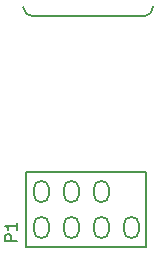
<source format=gto>
G04 #@! TF.FileFunction,Legend,Top*
%FSLAX46Y46*%
G04 Gerber Fmt 4.6, Leading zero omitted, Abs format (unit mm)*
G04 Created by KiCad (PCBNEW 4.0.2-stable) date Thursday, 21 July 2016 'pmt' 12:09:51*
%MOMM*%
G01*
G04 APERTURE LIST*
%ADD10C,0.200000*%
%ADD11C,0.150000*%
%ADD12C,0.203200*%
G04 APERTURE END LIST*
D10*
D11*
X145820000Y-105050000D02*
X155215000Y-105050000D01*
X145015000Y-104250000D02*
G75*
G03X145815000Y-105050000I800000J0D01*
G01*
X155215000Y-105050000D02*
G75*
G03X156015000Y-104250000I0J800000D01*
G01*
X155448000Y-124587000D02*
X145288000Y-124587000D01*
X145288000Y-124587000D02*
X145288000Y-118237000D01*
X145288000Y-118237000D02*
X155448000Y-118237000D01*
X155448000Y-118237000D02*
X155448000Y-124587000D01*
D10*
X147208000Y-123182000D02*
X147208000Y-122682000D01*
X145908000Y-123182000D02*
X145908000Y-122682000D01*
X147208000Y-122682000D02*
G75*
G03X145908000Y-122682000I-650000J0D01*
G01*
X145908000Y-123182000D02*
G75*
G03X147208000Y-123182000I650000J0D01*
G01*
X147208000Y-120142000D02*
X147208000Y-119642000D01*
X145908000Y-120142000D02*
X145908000Y-119642000D01*
X147208000Y-119642000D02*
G75*
G03X145908000Y-119642000I-650000J0D01*
G01*
X145908000Y-120142000D02*
G75*
G03X147208000Y-120142000I650000J0D01*
G01*
X154828000Y-123182000D02*
X154828000Y-122682000D01*
X153528000Y-123182000D02*
X153528000Y-122682000D01*
X154828000Y-122682000D02*
G75*
G03X153528000Y-122682000I-650000J0D01*
G01*
X153528000Y-123182000D02*
G75*
G03X154828000Y-123182000I650000J0D01*
G01*
X152288000Y-120142000D02*
X152288000Y-119642000D01*
X150988000Y-120142000D02*
X150988000Y-119642000D01*
X152288000Y-119642000D02*
G75*
G03X150988000Y-119642000I-650000J0D01*
G01*
X150988000Y-120142000D02*
G75*
G03X152288000Y-120142000I650000J0D01*
G01*
X152288000Y-123182000D02*
X152288000Y-122682000D01*
X150988000Y-123182000D02*
X150988000Y-122682000D01*
X152288000Y-122682000D02*
G75*
G03X150988000Y-122682000I-650000J0D01*
G01*
X150988000Y-123182000D02*
G75*
G03X152288000Y-123182000I650000J0D01*
G01*
X149748000Y-120142000D02*
X149748000Y-119642000D01*
X148448000Y-120142000D02*
X148448000Y-119642000D01*
X149748000Y-119642000D02*
G75*
G03X148448000Y-119642000I-650000J0D01*
G01*
X148448000Y-120142000D02*
G75*
G03X149748000Y-120142000I650000J0D01*
G01*
X149748000Y-123182000D02*
X149748000Y-122682000D01*
X148448000Y-123182000D02*
X148448000Y-122682000D01*
X149748000Y-122682000D02*
G75*
G03X148448000Y-122682000I-650000J0D01*
G01*
X148448000Y-123182000D02*
G75*
G03X149748000Y-123182000I650000J0D01*
G01*
D12*
X144470381Y-124055095D02*
X143470381Y-124055095D01*
X143470381Y-123674142D01*
X143518000Y-123578904D01*
X143565619Y-123531285D01*
X143660857Y-123483666D01*
X143803714Y-123483666D01*
X143898952Y-123531285D01*
X143946571Y-123578904D01*
X143994190Y-123674142D01*
X143994190Y-124055095D01*
X144470381Y-122531285D02*
X144470381Y-123102714D01*
X144470381Y-122817000D02*
X143470381Y-122817000D01*
X143613238Y-122912238D01*
X143708476Y-123007476D01*
X143756095Y-123102714D01*
M02*

</source>
